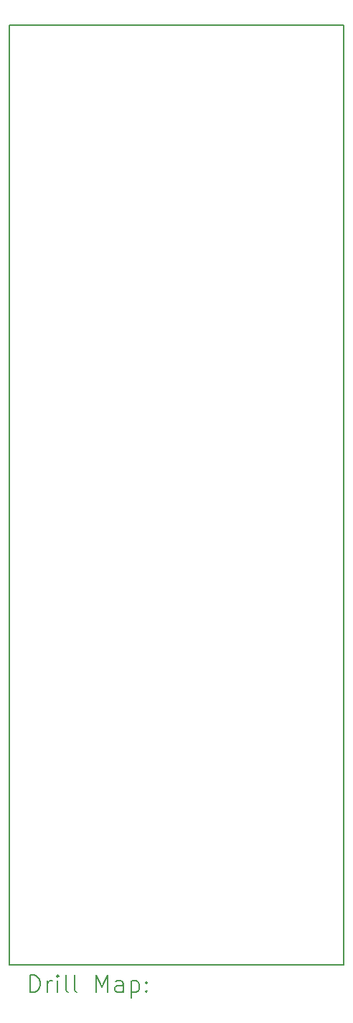
<source format=gbr>
%FSLAX45Y45*%
G04 Gerber Fmt 4.5, Leading zero omitted, Abs format (unit mm)*
G04 Created by KiCad (PCBNEW (6.0.0)) date 2022-01-27 02:03:40*
%MOMM*%
%LPD*%
G01*
G04 APERTURE LIST*
%TA.AperFunction,Profile*%
%ADD10C,0.150000*%
%TD*%
%ADD11C,0.200000*%
G04 APERTURE END LIST*
D10*
X8450000Y-880000D02*
X8450000Y-11970000D01*
X4500000Y-880000D02*
X8450000Y-880000D01*
X8450000Y-11970000D02*
X4500000Y-11970000D01*
X4500000Y-880000D02*
X4500000Y-11970000D01*
D11*
X4750119Y-12287976D02*
X4750119Y-12087976D01*
X4797738Y-12087976D01*
X4826310Y-12097500D01*
X4845357Y-12116548D01*
X4854881Y-12135595D01*
X4864405Y-12173690D01*
X4864405Y-12202262D01*
X4854881Y-12240357D01*
X4845357Y-12259405D01*
X4826310Y-12278452D01*
X4797738Y-12287976D01*
X4750119Y-12287976D01*
X4950119Y-12287976D02*
X4950119Y-12154643D01*
X4950119Y-12192738D02*
X4959643Y-12173690D01*
X4969167Y-12164167D01*
X4988214Y-12154643D01*
X5007262Y-12154643D01*
X5073929Y-12287976D02*
X5073929Y-12154643D01*
X5073929Y-12087976D02*
X5064405Y-12097500D01*
X5073929Y-12107024D01*
X5083452Y-12097500D01*
X5073929Y-12087976D01*
X5073929Y-12107024D01*
X5197738Y-12287976D02*
X5178690Y-12278452D01*
X5169167Y-12259405D01*
X5169167Y-12087976D01*
X5302500Y-12287976D02*
X5283452Y-12278452D01*
X5273929Y-12259405D01*
X5273929Y-12087976D01*
X5531071Y-12287976D02*
X5531071Y-12087976D01*
X5597738Y-12230833D01*
X5664405Y-12087976D01*
X5664405Y-12287976D01*
X5845357Y-12287976D02*
X5845357Y-12183214D01*
X5835833Y-12164167D01*
X5816786Y-12154643D01*
X5778690Y-12154643D01*
X5759643Y-12164167D01*
X5845357Y-12278452D02*
X5826309Y-12287976D01*
X5778690Y-12287976D01*
X5759643Y-12278452D01*
X5750119Y-12259405D01*
X5750119Y-12240357D01*
X5759643Y-12221309D01*
X5778690Y-12211786D01*
X5826309Y-12211786D01*
X5845357Y-12202262D01*
X5940595Y-12154643D02*
X5940595Y-12354643D01*
X5940595Y-12164167D02*
X5959643Y-12154643D01*
X5997738Y-12154643D01*
X6016786Y-12164167D01*
X6026309Y-12173690D01*
X6035833Y-12192738D01*
X6035833Y-12249881D01*
X6026309Y-12268928D01*
X6016786Y-12278452D01*
X5997738Y-12287976D01*
X5959643Y-12287976D01*
X5940595Y-12278452D01*
X6121548Y-12268928D02*
X6131071Y-12278452D01*
X6121548Y-12287976D01*
X6112024Y-12278452D01*
X6121548Y-12268928D01*
X6121548Y-12287976D01*
X6121548Y-12164167D02*
X6131071Y-12173690D01*
X6121548Y-12183214D01*
X6112024Y-12173690D01*
X6121548Y-12164167D01*
X6121548Y-12183214D01*
M02*

</source>
